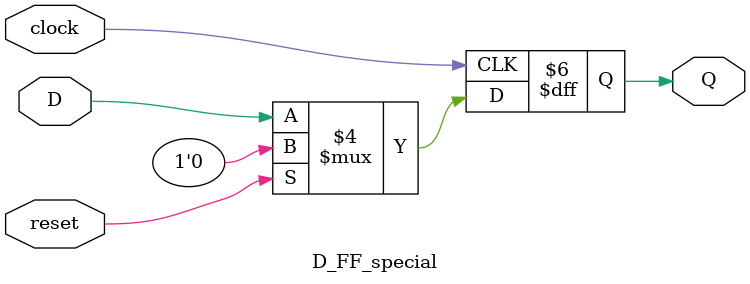
<source format=v>
`timescale 1ns / 1ps


module D_FF_special(
    input reset,
    input clock,
    input D,
    output reg Q
    );
    initial
        Q <= 1;
    
    always @ (posedge clock) begin
        if(reset)
            Q <= 0;
        else 
            Q <= D;
    end

endmodule

</source>
